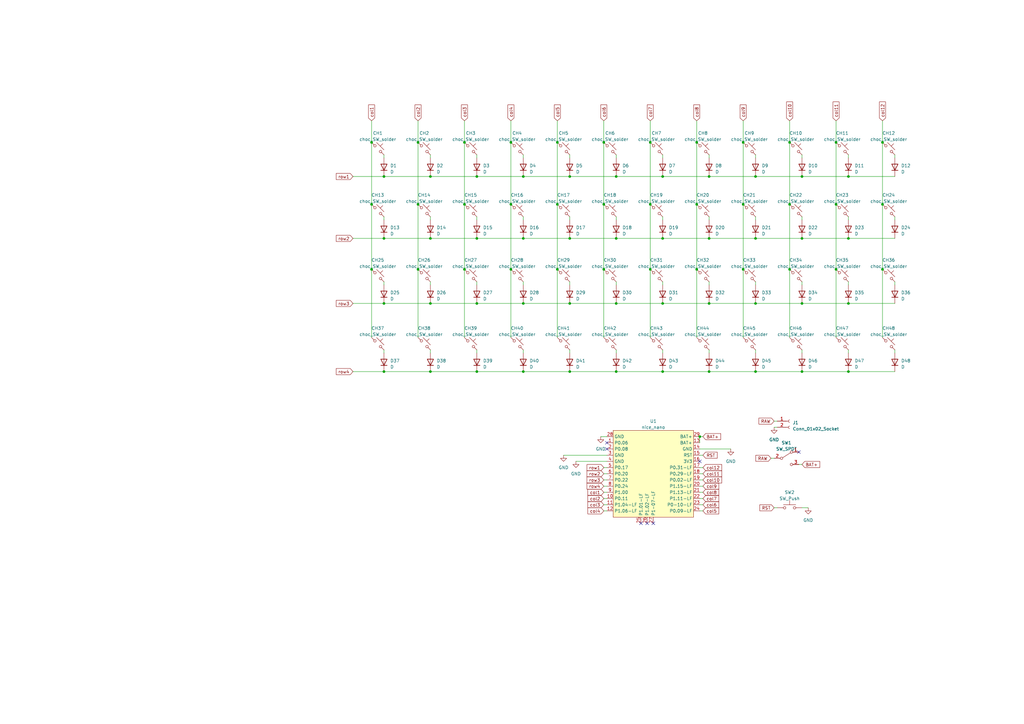
<source format=kicad_sch>
(kicad_sch (version 20230121) (generator eeschema)
  (paper "A3")
  (lib_symbols
    (symbol "Connector:Conn_01x02_Socket" (pin_names (offset 1.016) hide)
      (property "Reference" "J" (at 0 2.54 0))
      (property "Value" "Conn_01x02_Socket" (at 0 -5.08 0))
      (symbol "Conn_01x02_Socket_1_1"
        (arc (start 0 -2.032) (mid -0.5058 -2.54) (end 0 -3.048) (stroke (width 0.1524)))
        (polyline (pts (xy -1.27 -2.54) (xy -0.508 -2.54)) (stroke (width 0.1524)))
        (polyline (pts (xy -1.27 0) (xy -0.508 0)) (stroke (width 0.1524)))
        (arc (start 0 0.508) (mid -0.5058 0) (end 0 -0.508) (stroke (width 0.1524)))
        (pin passive line (at -5.08 0 0) (length 3.81) (name "Pin_1") (number "1"))
        (pin passive line (at -5.08 -2.54 0) (length 3.81) (name "Pin_2") (number "2"))
      )
    )
    (symbol "Device:D" (pin_numbers hide) (pin_names (offset 1.016) hide)
      (property "Reference" "D" (at 0 2.54 0))
      (property "Value" "D" (at 0 -2.54 0))
      (symbol "D_0_1"
        (polyline (pts (xy -1.27 1.27) (xy -1.27 -1.27)) (stroke (width 0.254)))
        (polyline (pts (xy 1.27 0) (xy -1.27 0)))
        (polyline (pts (xy 1.27 1.27) (xy 1.27 -1.27) (xy -1.27 0) (xy 1.27 1.27)) (stroke (width 0.254)))
      )
      (symbol "D_1_1"
        (pin passive line (at -3.81 0 0) (length 2.54) (name "K") (number "1"))
        (pin passive line (at 3.81 0 180) (length 2.54) (name "A") (number "2"))
      )
    )
    (symbol "PCM_marbastlib-choc:choc_SW_HS" (pin_numbers hide) (pin_names (offset 1.016) hide)
      (property "Reference" "CH" (at 3.048 1.016 0))
      (property "Value" "choc_SW_HS" (at 0 -3.81 0))
      (symbol "choc_SW_HS_0_1"
        (circle (center -1.1684 1.1684) (radius 0.508))
        (polyline (pts (xy -0.508 2.54) (xy 2.54 -0.508)))
        (polyline (pts (xy 1.016 1.016) (xy 2.032 2.032)))
        (polyline (pts (xy -2.54 2.54) (xy -1.524 1.524) (xy -1.524 1.524)))
        (polyline (pts (xy 1.524 -1.524) (xy 2.54 -2.54) (xy 2.54 -2.54) (xy 2.54 -2.54)))
        (circle (center 1.143 -1.1938) (radius 0.508))
        (pin passive line (at -2.54 2.54 0) (length 0) (name "1") (number "1"))
        (pin passive line (at 2.54 -2.54 180) (length 0) (name "2") (number "2"))
      )
    )
    (symbol "PCM_marbastlib-promicroish:nice_nano" (in_bom no)
      (property "Reference" "U" (at 0 22.86 0))
      (property "Value" "nice_nano" (at 0 20.32 0))
      (symbol "nice_nano_0_0"
        (pin bidirectional line (at -19.05 13.97 0) (length 2.54) (name "P0.06") (number "1"))
        (pin bidirectional line (at -19.05 -8.89 0) (length 2.54) (name "P0.11") (number "10"))
        (pin bidirectional line (at -19.05 -11.43 0) (length 2.54) (name "P1.04-LF") (number "11"))
        (pin bidirectional line (at -19.05 -13.97 0) (length 2.54) (name "P1.06-LF") (number "12"))
        (pin power_out line (at 19.05 11.43 180) (length 2.54) (name "GND") (number "14"))
        (pin bidirectional line (at 19.05 8.89 180) (length 2.54) (name "RST") (number "15"))
        (pin bidirectional line (at 19.05 3.81 180) (length 2.54) (name "P0.31-LF") (number "17"))
        (pin bidirectional line (at 19.05 1.27 180) (length 2.54) (name "P0.29-LF") (number "18"))
        (pin bidirectional line (at 19.05 -1.27 180) (length 2.54) (name "P0.02-LF") (number "19"))
        (pin bidirectional line (at -19.05 11.43 0) (length 2.54) (name "P0.08") (number "2"))
        (pin bidirectional line (at 19.05 -3.81 180) (length 2.54) (name "P1.15-LF") (number "20"))
        (pin bidirectional line (at 19.05 -6.35 180) (length 2.54) (name "P1.13-LF") (number "21"))
        (pin bidirectional line (at 19.05 -8.89 180) (length 2.54) (name "P1.11-LF") (number "22"))
        (pin bidirectional line (at 19.05 -11.43 180) (length 2.54) (name "P0-10-LF") (number "23"))
        (pin bidirectional line (at 19.05 -13.97 180) (length 2.54) (name "P0.09-LF") (number "24"))
        (pin power_out line (at -19.05 8.89 0) (length 2.54) (name "GND") (number "3"))
        (pin power_out line (at -19.05 6.35 0) (length 2.54) (name "GND") (number "4"))
        (pin bidirectional line (at -19.05 3.81 0) (length 2.54) (name "P0.17") (number "5"))
        (pin bidirectional line (at -19.05 1.27 0) (length 2.54) (name "P0.20") (number "6"))
        (pin bidirectional line (at -19.05 -1.27 0) (length 2.54) (name "P0.22") (number "7"))
        (pin bidirectional line (at -19.05 -3.81 0) (length 2.54) (name "P0.24") (number "8"))
        (pin bidirectional line (at -19.05 -6.35 0) (length 2.54) (name "P1.00") (number "9"))
      )
      (symbol "nice_nano_1_0"
        (pin power_out line (at 19.05 13.97 180) (length 2.54) (name "BAT+") (number "13"))
        (pin power_out line (at 19.05 6.35 180) (length 2.54) (name "3V3") (number "16"))
        (pin bidirectional line (at -5.08 -19.05 90) (length 2.54) (name "P1.01-LF") (number "25"))
        (pin bidirectional line (at -2.54 -19.05 90) (length 2.54) (name "P1.02-LF") (number "26"))
        (pin bidirectional line (at 0 -19.05 90) (length 2.54) (name "P1-07-LF") (number "27"))
        (pin power_out line (at -19.05 16.51 0) (length 2.54) (name "GND") (number "28"))
        (pin power_out line (at 19.05 16.51 180) (length 2.54) (name "BAT+") (number "29"))
      )
      (symbol "nice_nano_1_1"
        (rectangle (start -16.51 19.05) (end 16.51 -16.51) (fill (type background)))
      )
    )
    (symbol "Switch:SW_Push" (pin_numbers hide) (pin_names (offset 1.016) hide)
      (property "Reference" "SW" (at 1.27 2.54 0))
      (property "Value" "SW_Push" (at 0 -1.524 0))
      (symbol "SW_Push_0_1"
        (circle (center -2.032 0) (radius 0.508))
        (polyline (pts (xy 0 1.27) (xy 0 3.048)))
        (polyline (pts (xy 2.54 1.27) (xy -2.54 1.27)))
        (circle (center 2.032 0) (radius 0.508))
        (pin passive line (at -5.08 0 0) (length 2.54) (name "1") (number "1"))
        (pin passive line (at 5.08 0 180) (length 2.54) (name "2") (number "2"))
      )
    )
    (symbol "Switch:SW_SPDT" (pin_names (offset 0) hide)
      (property "Reference" "SW" (at 0 4.318 0))
      (property "Value" "SW_SPDT" (at 0 -5.08 0))
      (symbol "SW_SPDT_0_0"
        (circle (center -2.032 0) (radius 0.508))
        (circle (center 2.032 -2.54) (radius 0.508))
      )
      (symbol "SW_SPDT_0_1"
        (polyline (pts (xy -1.524 0.254) (xy 1.651 2.286)))
        (circle (center 2.032 2.54) (radius 0.508))
      )
      (symbol "SW_SPDT_1_1"
        (pin passive line (at 5.08 2.54 180) (length 2.54) (name "A") (number "1"))
        (pin passive line (at -5.08 0 0) (length 2.54) (name "B") (number "2"))
        (pin passive line (at 5.08 -2.54 180) (length 2.54) (name "C") (number "3"))
      )
    )
    (symbol "power:GND" (power) (pin_names (offset 0))
      (property "Value" "GND" (at 0 -3.81 0))
      (symbol "GND_0_1"
        (polyline (pts (xy 0 0) (xy 0 -1.27) (xy 1.27 -1.27) (xy 0 -2.54) (xy -1.27 -1.27) (xy 0 -1.27)))
      )
      (symbol "GND_1_1"
        (pin power_in line (at 0 0 270) (length 0) hide (name "GND") (number "1"))
      )
    )
  )
  (junction (at 361.95 110.49))
  (junction (at 328.93 97.79))
  (junction (at 157.48 72.39))
  (junction (at 233.68 124.46))
  (junction (at 171.45 83.82))
  (junction (at 209.55 58.42))
  (junction (at 347.98 152.4))
  (junction (at 233.68 97.79))
  (junction (at 309.88 97.79))
  (junction (at 309.88 124.46))
  (junction (at 252.73 152.4))
  (junction (at 271.78 152.4))
  (junction (at 195.58 124.46))
  (junction (at 347.98 72.39))
  (junction (at 304.8 110.49))
  (junction (at 157.48 152.4))
  (junction (at 342.9 110.49))
  (junction (at 266.7 58.42))
  (junction (at 285.75 110.49))
  (junction (at 195.58 72.39))
  (junction (at 304.8 58.42))
  (junction (at 176.53 97.79))
  (junction (at 285.75 58.42))
  (junction (at 214.63 152.4))
  (junction (at 309.88 152.4))
  (junction (at 190.5 83.82))
  (junction (at 209.55 83.82))
  (junction (at 190.5 58.42))
  (junction (at 214.63 97.79))
  (junction (at 247.65 110.49))
  (junction (at 285.75 83.82))
  (junction (at 152.4 110.49))
  (junction (at 361.95 83.82))
  (junction (at 328.93 152.4))
  (junction (at 347.98 97.79))
  (junction (at 171.45 110.49))
  (junction (at 271.78 72.39))
  (junction (at 195.58 97.79))
  (junction (at 233.68 152.4))
  (junction (at 271.78 124.46))
  (junction (at 195.58 152.4))
  (junction (at 290.83 152.4))
  (junction (at 176.53 152.4))
  (junction (at 214.63 72.39))
  (junction (at 323.85 58.42))
  (junction (at 157.48 97.79))
  (junction (at 266.7 83.82))
  (junction (at 266.7 110.49))
  (junction (at 233.68 72.39))
  (junction (at 171.45 58.42))
  (junction (at 209.55 110.49))
  (junction (at 347.98 124.46))
  (junction (at 228.6 58.42))
  (junction (at 152.4 58.42))
  (junction (at 228.6 110.49))
  (junction (at 290.83 97.79))
  (junction (at 176.53 72.39))
  (junction (at 328.93 72.39))
  (junction (at 304.8 83.82))
  (junction (at 323.85 83.82))
  (junction (at 271.78 97.79))
  (junction (at 342.9 58.42))
  (junction (at 342.9 83.82))
  (junction (at 323.85 110.49))
  (junction (at 247.65 58.42))
  (junction (at 214.63 124.46))
  (junction (at 176.53 124.46))
  (junction (at 157.48 124.46))
  (junction (at 247.65 83.82))
  (junction (at 309.88 72.39))
  (junction (at 290.83 124.46))
  (junction (at 252.73 124.46))
  (junction (at 190.5 110.49))
  (junction (at 228.6 83.82))
  (junction (at 328.93 124.46))
  (junction (at 152.4 83.82))
  (junction (at 287.02 179.07))
  (junction (at 252.73 97.79))
  (junction (at 252.73 72.39))
  (junction (at 290.83 72.39))
  (junction (at 361.95 58.42))
  (no_connect (at 262.89 214.63))
  (no_connect (at 248.92 184.15))
  (no_connect (at 267.97 214.63))
  (no_connect (at 248.92 181.61))
  (no_connect (at 265.43 214.63))
  (no_connect (at 327.66 185.42))
  (no_connect (at 287.02 189.23))
  (wire (pts (xy 195.58 63.5) (xy 195.58 64.77)))
  (wire (pts (xy 328.93 63.5) (xy 328.93 64.77)))
  (wire (pts (xy 271.78 72.39) (xy 290.83 72.39)))
  (wire (pts (xy 176.53 72.39) (xy 195.58 72.39)))
  (wire (pts (xy 233.68 124.46) (xy 252.73 124.46)))
  (wire (pts (xy 271.78 88.9) (xy 271.78 90.17)))
  (wire (pts (xy 252.73 115.57) (xy 252.73 116.84)))
  (wire (pts (xy 247.65 83.82) (xy 247.65 110.49)))
  (wire (pts (xy 285.75 58.42) (xy 285.75 83.82)))
  (wire (pts (xy 328.93 72.39) (xy 347.98 72.39)))
  (wire (pts (xy 271.78 152.4) (xy 290.83 152.4)))
  (wire (pts (xy 328.93 208.28) (xy 331.47 208.28)))
  (wire (pts (xy 190.5 110.49) (xy 190.5 138.43)))
  (wire (pts (xy 347.98 63.5) (xy 347.98 64.77)))
  (wire (pts (xy 285.75 110.49) (xy 285.75 138.43)))
  (wire (pts (xy 144.78 152.4) (xy 157.48 152.4)))
  (wire (pts (xy 328.93 124.46) (xy 347.98 124.46)))
  (wire (pts (xy 195.58 97.79) (xy 214.63 97.79)))
  (wire (pts (xy 266.7 58.42) (xy 266.7 83.82)))
  (wire (pts (xy 323.85 49.53) (xy 323.85 58.42)))
  (wire (pts (xy 328.93 143.51) (xy 328.93 144.78)))
  (wire (pts (xy 190.5 49.53) (xy 190.5 58.42)))
  (wire (pts (xy 228.6 83.82) (xy 228.6 110.49)))
  (wire (pts (xy 157.48 88.9) (xy 157.48 90.17)))
  (wire (pts (xy 361.95 83.82) (xy 361.95 110.49)))
  (wire (pts (xy 157.48 72.39) (xy 176.53 72.39)))
  (wire (pts (xy 171.45 83.82) (xy 171.45 110.49)))
  (wire (pts (xy 247.65 110.49) (xy 247.65 138.43)))
  (wire (pts (xy 144.78 72.39) (xy 157.48 72.39)))
  (wire (pts (xy 347.98 97.79) (xy 367.03 97.79)))
  (wire (pts (xy 287.02 201.93) (xy 288.29 201.93)))
  (wire (pts (xy 190.5 83.82) (xy 190.5 110.49)))
  (wire (pts (xy 195.58 124.46) (xy 214.63 124.46)))
  (wire (pts (xy 176.53 152.4) (xy 195.58 152.4)))
  (wire (pts (xy 233.68 115.57) (xy 233.68 116.84)))
  (wire (pts (xy 152.4 49.53) (xy 152.4 58.42)))
  (wire (pts (xy 316.23 187.96) (xy 317.5 187.96)))
  (wire (pts (xy 233.68 97.79) (xy 252.73 97.79)))
  (wire (pts (xy 361.95 58.42) (xy 361.95 83.82)))
  (wire (pts (xy 252.73 152.4) (xy 271.78 152.4)))
  (wire (pts (xy 252.73 88.9) (xy 252.73 90.17)))
  (wire (pts (xy 290.83 88.9) (xy 290.83 90.17)))
  (wire (pts (xy 309.88 143.51) (xy 309.88 144.78)))
  (wire (pts (xy 342.9 83.82) (xy 342.9 110.49)))
  (wire (pts (xy 247.65 209.55) (xy 248.92 209.55)))
  (wire (pts (xy 309.88 97.79) (xy 328.93 97.79)))
  (wire (pts (xy 271.78 63.5) (xy 271.78 64.77)))
  (wire (pts (xy 209.55 110.49) (xy 209.55 138.43)))
  (wire (pts (xy 290.83 143.51) (xy 290.83 144.78)))
  (wire (pts (xy 214.63 88.9) (xy 214.63 90.17)))
  (wire (pts (xy 233.68 88.9) (xy 233.68 90.17)))
  (wire (pts (xy 176.53 115.57) (xy 176.53 116.84)))
  (wire (pts (xy 195.58 115.57) (xy 195.58 116.84)))
  (wire (pts (xy 367.03 115.57) (xy 367.03 116.84)))
  (wire (pts (xy 266.7 49.53) (xy 266.7 58.42)))
  (wire (pts (xy 233.68 152.4) (xy 252.73 152.4)))
  (wire (pts (xy 231.14 186.69) (xy 248.92 186.69)))
  (wire (pts (xy 157.48 124.46) (xy 176.53 124.46)))
  (wire (pts (xy 287.02 184.15) (xy 299.72 184.15)))
  (wire (pts (xy 323.85 58.42) (xy 323.85 83.82)))
  (wire (pts (xy 157.48 63.5) (xy 157.48 64.77)))
  (wire (pts (xy 285.75 49.53) (xy 285.75 58.42)))
  (wire (pts (xy 214.63 143.51) (xy 214.63 144.78)))
  (wire (pts (xy 171.45 58.42) (xy 171.45 83.82)))
  (wire (pts (xy 304.8 110.49) (xy 304.8 138.43)))
  (wire (pts (xy 287.02 179.07) (xy 287.02 181.61)))
  (wire (pts (xy 247.65 199.39) (xy 248.92 199.39)))
  (wire (pts (xy 252.73 72.39) (xy 271.78 72.39)))
  (wire (pts (xy 287.02 194.31) (xy 288.29 194.31)))
  (wire (pts (xy 247.65 204.47) (xy 248.92 204.47)))
  (wire (pts (xy 342.9 58.42) (xy 342.9 83.82)))
  (wire (pts (xy 233.68 143.51) (xy 233.68 144.78)))
  (wire (pts (xy 271.78 97.79) (xy 290.83 97.79)))
  (wire (pts (xy 290.83 115.57) (xy 290.83 116.84)))
  (wire (pts (xy 214.63 115.57) (xy 214.63 116.84)))
  (wire (pts (xy 233.68 63.5) (xy 233.68 64.77)))
  (wire (pts (xy 190.5 58.42) (xy 190.5 83.82)))
  (wire (pts (xy 290.83 124.46) (xy 309.88 124.46)))
  (wire (pts (xy 287.02 186.69) (xy 288.29 186.69)))
  (wire (pts (xy 367.03 143.51) (xy 367.03 144.78)))
  (wire (pts (xy 342.9 49.53) (xy 342.9 58.42)))
  (wire (pts (xy 285.75 83.82) (xy 285.75 110.49)))
  (wire (pts (xy 328.93 88.9) (xy 328.93 90.17)))
  (wire (pts (xy 317.5 208.28) (xy 318.77 208.28)))
  (wire (pts (xy 214.63 63.5) (xy 214.63 64.77)))
  (wire (pts (xy 287.02 204.47) (xy 288.29 204.47)))
  (wire (pts (xy 252.73 63.5) (xy 252.73 64.77)))
  (wire (pts (xy 236.22 189.23) (xy 248.92 189.23)))
  (wire (pts (xy 347.98 72.39) (xy 367.03 72.39)))
  (wire (pts (xy 247.65 58.42) (xy 247.65 83.82)))
  (wire (pts (xy 290.83 152.4) (xy 309.88 152.4)))
  (wire (pts (xy 152.4 110.49) (xy 152.4 138.43)))
  (wire (pts (xy 290.83 72.39) (xy 309.88 72.39)))
  (wire (pts (xy 214.63 152.4) (xy 233.68 152.4)))
  (wire (pts (xy 144.78 97.79) (xy 157.48 97.79)))
  (wire (pts (xy 176.53 97.79) (xy 195.58 97.79)))
  (wire (pts (xy 195.58 72.39) (xy 214.63 72.39)))
  (wire (pts (xy 309.88 124.46) (xy 328.93 124.46)))
  (wire (pts (xy 176.53 143.51) (xy 176.53 144.78)))
  (wire (pts (xy 309.88 152.4) (xy 328.93 152.4)))
  (wire (pts (xy 361.95 49.53) (xy 361.95 58.42)))
  (wire (pts (xy 304.8 83.82) (xy 304.8 110.49)))
  (wire (pts (xy 248.92 179.07) (xy 246.38 179.07)))
  (wire (pts (xy 309.88 88.9) (xy 309.88 90.17)))
  (wire (pts (xy 271.78 124.46) (xy 290.83 124.46)))
  (wire (pts (xy 347.98 88.9) (xy 347.98 90.17)))
  (wire (pts (xy 247.65 194.31) (xy 248.92 194.31)))
  (wire (pts (xy 287.02 209.55) (xy 288.29 209.55)))
  (wire (pts (xy 176.53 88.9) (xy 176.53 90.17)))
  (wire (pts (xy 214.63 97.79) (xy 233.68 97.79)))
  (wire (pts (xy 287.02 196.85) (xy 288.29 196.85)))
  (wire (pts (xy 176.53 124.46) (xy 195.58 124.46)))
  (wire (pts (xy 195.58 88.9) (xy 195.58 90.17)))
  (wire (pts (xy 271.78 115.57) (xy 271.78 116.84)))
  (wire (pts (xy 266.7 110.49) (xy 266.7 138.43)))
  (wire (pts (xy 271.78 143.51) (xy 271.78 144.78)))
  (wire (pts (xy 247.65 201.93) (xy 248.92 201.93)))
  (wire (pts (xy 152.4 58.42) (xy 152.4 83.82)))
  (wire (pts (xy 233.68 72.39) (xy 252.73 72.39)))
  (wire (pts (xy 247.65 49.53) (xy 247.65 58.42)))
  (wire (pts (xy 252.73 97.79) (xy 271.78 97.79)))
  (wire (pts (xy 195.58 143.51) (xy 195.58 144.78)))
  (wire (pts (xy 195.58 152.4) (xy 214.63 152.4)))
  (wire (pts (xy 152.4 83.82) (xy 152.4 110.49)))
  (wire (pts (xy 342.9 110.49) (xy 342.9 138.43)))
  (wire (pts (xy 266.7 83.82) (xy 266.7 110.49)))
  (wire (pts (xy 157.48 97.79) (xy 176.53 97.79)))
  (wire (pts (xy 144.78 124.46) (xy 157.48 124.46)))
  (wire (pts (xy 176.53 63.5) (xy 176.53 64.77)))
  (wire (pts (xy 304.8 58.42) (xy 304.8 83.82)))
  (wire (pts (xy 347.98 143.51) (xy 347.98 144.78)))
  (wire (pts (xy 157.48 115.57) (xy 157.48 116.84)))
  (wire (pts (xy 287.02 207.01) (xy 288.29 207.01)))
  (wire (pts (xy 228.6 110.49) (xy 228.6 138.43)))
  (wire (pts (xy 171.45 110.49) (xy 171.45 138.43)))
  (wire (pts (xy 157.48 152.4) (xy 176.53 152.4)))
  (wire (pts (xy 228.6 49.53) (xy 228.6 58.42)))
  (wire (pts (xy 347.98 115.57) (xy 347.98 116.84)))
  (wire (pts (xy 171.45 49.53) (xy 171.45 58.42)))
  (wire (pts (xy 209.55 83.82) (xy 209.55 110.49)))
  (wire (pts (xy 247.65 196.85) (xy 248.92 196.85)))
  (wire (pts (xy 252.73 143.51) (xy 252.73 144.78)))
  (wire (pts (xy 287.02 179.07) (xy 288.29 179.07)))
  (wire (pts (xy 214.63 124.46) (xy 233.68 124.46)))
  (wire (pts (xy 209.55 49.53) (xy 209.55 58.42)))
  (wire (pts (xy 309.88 63.5) (xy 309.88 64.77)))
  (wire (pts (xy 157.48 143.51) (xy 157.48 144.78)))
  (wire (pts (xy 247.65 207.01) (xy 248.92 207.01)))
  (wire (pts (xy 309.88 72.39) (xy 328.93 72.39)))
  (wire (pts (xy 228.6 58.42) (xy 228.6 83.82)))
  (wire (pts (xy 309.88 115.57) (xy 309.88 116.84)))
  (wire (pts (xy 328.93 152.4) (xy 347.98 152.4)))
  (wire (pts (xy 328.93 115.57) (xy 328.93 116.84)))
  (wire (pts (xy 287.02 199.39) (xy 288.29 199.39)))
  (wire (pts (xy 317.5 175.26) (xy 318.77 175.26)))
  (wire (pts (xy 304.8 49.53) (xy 304.8 58.42)))
  (wire (pts (xy 214.63 72.39) (xy 233.68 72.39)))
  (wire (pts (xy 367.03 88.9) (xy 367.03 90.17)))
  (wire (pts (xy 209.55 58.42) (xy 209.55 83.82)))
  (wire (pts (xy 317.5 172.72) (xy 318.77 172.72)))
  (wire (pts (xy 327.66 190.5) (xy 328.93 190.5)))
  (wire (pts (xy 347.98 124.46) (xy 367.03 124.46)))
  (wire (pts (xy 367.03 63.5) (xy 367.03 64.77)))
  (wire (pts (xy 347.98 152.4) (xy 367.03 152.4)))
  (wire (pts (xy 290.83 97.79) (xy 309.88 97.79)))
  (wire (pts (xy 287.02 191.77) (xy 288.29 191.77)))
  (wire (pts (xy 252.73 124.46) (xy 271.78 124.46)))
  (wire (pts (xy 323.85 83.82) (xy 323.85 110.49)))
  (wire (pts (xy 361.95 110.49) (xy 361.95 138.43)))
  (wire (pts (xy 328.93 97.79) (xy 347.98 97.79)))
  (wire (pts (xy 247.65 191.77) (xy 248.92 191.77)))
  (wire (pts (xy 323.85 110.49) (xy 323.85 138.43)))
  (wire (pts (xy 290.83 63.5) (xy 290.83 64.77)))
  (global_label "row2" (shape input) (at 247.65 194.31 180) (property "Intersheetrefs" "${INTERSHEET_REFS}" (effects hide)))
  (global_label "col3" (shape input) (at 247.65 207.01 180) (property "Intersheetrefs" "${INTERSHEET_REFS}" (effects hide)))
  (global_label "BAT+" (shape input) (at 288.29 179.07 0) (property "Intersheetrefs" "${INTERSHEET_REFS}" (effects hide)))
  (global_label "col4" (shape input) (at 247.65 209.55 180) (property "Intersheetrefs" "${INTERSHEET_REFS}" (effects hide)))
  (global_label "row3" (shape input) (at 144.78 124.46 180) (property "Intersheetrefs" "${INTERSHEET_REFS}" (effects hide)))
  (global_label "col7" (shape input) (at 288.29 204.47 0) (property "Intersheetrefs" "${INTERSHEET_REFS}" (effects hide)))
  (global_label "col4" (shape input) (at 209.55 49.53 90) (property "Intersheetrefs" "${INTERSHEET_REFS}" (effects hide)))
  (global_label "col9" (shape input) (at 304.8 49.53 90) (property "Intersheetrefs" "${INTERSHEET_REFS}" (effects hide)))
  (global_label "row1" (shape input) (at 247.65 191.77 180) (property "Intersheetrefs" "${INTERSHEET_REFS}" (effects hide)))
  (global_label "row2" (shape input) (at 144.78 97.79 180) (property "Intersheetrefs" "${INTERSHEET_REFS}" (effects hide)))
  (global_label "row4" (shape input) (at 144.78 152.4 180) (property "Intersheetrefs" "${INTERSHEET_REFS}" (effects hide)))
  (global_label "RAW" (shape input) (at 316.23 187.96 180) (property "Intersheetrefs" "${INTERSHEET_REFS}" (effects hide)))
  (global_label "col6" (shape input) (at 247.65 49.53 90) (property "Intersheetrefs" "${INTERSHEET_REFS}" (effects hide)))
  (global_label "row1" (shape input) (at 144.78 72.39 180) (property "Intersheetrefs" "${INTERSHEET_REFS}" (effects hide)))
  (global_label "col1" (shape input) (at 247.65 201.93 180) (property "Intersheetrefs" "${INTERSHEET_REFS}" (effects hide)))
  (global_label "col2" (shape input) (at 171.45 49.53 90) (property "Intersheetrefs" "${INTERSHEET_REFS}" (effects hide)))
  (global_label "col3" (shape input) (at 190.5 49.53 90) (property "Intersheetrefs" "${INTERSHEET_REFS}" (effects hide)))
  (global_label "col8" (shape input) (at 285.75 49.53 90) (property "Intersheetrefs" "${INTERSHEET_REFS}" (effects hide)))
  (global_label "col11" (shape input) (at 342.9 49.53 90) (property "Intersheetrefs" "${INTERSHEET_REFS}" (effects hide)))
  (global_label "BAT+" (shape input) (at 328.93 190.5 0) (property "Intersheetrefs" "${INTERSHEET_REFS}" (effects hide)))
  (global_label "col10" (shape input) (at 323.85 49.53 90) (property "Intersheetrefs" "${INTERSHEET_REFS}" (effects hide)))
  (global_label "col11" (shape input) (at 288.29 194.31 0) (property "Intersheetrefs" "${INTERSHEET_REFS}" (effects hide)))
  (global_label "RAW" (shape input) (at 317.5 172.72 180) (property "Intersheetrefs" "${INTERSHEET_REFS}" (effects hide)))
  (global_label "col1" (shape input) (at 152.4 49.53 90) (property "Intersheetrefs" "${INTERSHEET_REFS}" (effects hide)))
  (global_label "row4" (shape input) (at 247.65 199.39 180) (property "Intersheetrefs" "${INTERSHEET_REFS}" (effects hide)))
  (global_label "col5" (shape input) (at 228.6 49.53 90) (property "Intersheetrefs" "${INTERSHEET_REFS}" (effects hide)))
  (global_label "col5" (shape input) (at 288.29 209.55 0) (property "Intersheetrefs" "${INTERSHEET_REFS}" (effects hide)))
  (global_label "col7" (shape input) (at 266.7 49.53 90) (property "Intersheetrefs" "${INTERSHEET_REFS}" (effects hide)))
  (global_label "row3" (shape input) (at 247.65 196.85 180) (property "Intersheetrefs" "${INTERSHEET_REFS}" (effects hide)))
  (global_label "RST" (shape input) (at 288.29 186.69 0) (property "Intersheetrefs" "${INTERSHEET_REFS}" (effects hide)))
  (global_label "col8" (shape input) (at 288.29 201.93 0) (property "Intersheetrefs" "${INTERSHEET_REFS}" (effects hide)))
  (global_label "col2" (shape input) (at 247.65 204.47 180) (property "Intersheetrefs" "${INTERSHEET_REFS}" (effects hide)))
  (global_label "col12" (shape input) (at 288.29 191.77 0) (property "Intersheetrefs" "${INTERSHEET_REFS}" (effects hide)))
  (global_label "RST" (shape input) (at 317.5 208.28 180) (property "Intersheetrefs" "${INTERSHEET_REFS}" (effects hide)))
  (global_label "col9" (shape input) (at 288.29 199.39 0) (property "Intersheetrefs" "${INTERSHEET_REFS}" (effects hide)))
  (global_label "col10" (shape input) (at 288.29 196.85 0) (property "Intersheetrefs" "${INTERSHEET_REFS}" (effects hide)))
  (global_label "col12" (shape input) (at 361.95 49.53 90) (property "Intersheetrefs" "${INTERSHEET_REFS}" (effects hide)))
  (global_label "col6" (shape input) (at 288.29 207.01 0) (property "Intersheetrefs" "${INTERSHEET_REFS}" (effects hide)))
  (symbol (lib_id "PCM_marbastlib-choc:choc_SW_HS") (at 326.39 60.96 0) (unit 1)
    (property "Reference" "CH10" (at 326.39 54.61 0))
    (property "Value" "choc_SW_solder" (at 326.39 57.15 0))
    (property "Footprint" "PCM_marbastlib-choc:SW_choc_v1_HS_1u" (effects hide))
  )
  (symbol (lib_id "Device:D") (at 157.48 68.58 90) (unit 1)
    (property "Reference" "D1" (at 160.02 67.945 90) (effects (justify right)))
    (property "Value" "D" (at 160.02 70.485 90) (effects (justify right)))
    (property "Footprint" "Diode_SMD:D_SOD-123" (effects hide))
    (property "Sim.Device" "D" (effects hide))
    (property "Sim.Pins" "1=K 2=A" (effects hide))
  )
  (symbol (lib_id "power:GND") (at 236.22 189.23 0) (unit 1)
    (property "Reference" "#PWR01" (effects hide))
    (property "Value" "GND" (at 236.22 194.31 0))
  )
  (symbol (lib_id "PCM_marbastlib-choc:choc_SW_HS") (at 154.94 60.96 0) (unit 1)
    (property "Reference" "CH1" (at 154.94 54.61 0))
    (property "Value" "choc_SW_solder" (at 154.94 57.15 0))
    (property "Footprint" "PCM_marbastlib-choc:SW_choc_v1_HS_1u" (effects hide))
  )
  (symbol (lib_id "PCM_marbastlib-choc:choc_SW_HS") (at 231.14 60.96 0) (unit 1)
    (property "Reference" "CH5" (at 231.14 54.61 0))
    (property "Value" "choc_SW_solder" (at 231.14 57.15 0))
    (property "Footprint" "PCM_marbastlib-choc:SW_choc_v1_HS_1u" (effects hide))
  )
  (symbol (lib_id "Device:D") (at 290.83 68.58 90) (unit 1)
    (property "Reference" "D8" (at 293.37 67.945 90) (effects (justify right)))
    (property "Value" "D" (at 293.37 70.485 90) (effects (justify right)))
    (property "Footprint" "Diode_SMD:D_SOD-123" (effects hide))
    (property "Sim.Device" "D" (effects hide))
    (property "Sim.Pins" "1=K 2=A" (effects hide))
  )
  (symbol (lib_id "Device:D") (at 252.73 68.58 90) (unit 1)
    (property "Reference" "D6" (at 255.27 67.945 90) (effects (justify right)))
    (property "Value" "D" (at 255.27 70.485 90) (effects (justify right)))
    (property "Footprint" "Diode_SMD:D_SOD-123" (effects hide))
    (property "Sim.Device" "D" (effects hide))
    (property "Sim.Pins" "1=K 2=A" (effects hide))
  )
  (symbol (lib_id "PCM_marbastlib-choc:choc_SW_HS") (at 173.99 86.36 0) (unit 1)
    (property "Reference" "CH14" (at 173.99 80.01 0))
    (property "Value" "choc_SW_solder" (at 173.99 82.55 0))
    (property "Footprint" "PCM_marbastlib-choc:SW_choc_v1_HS_1u" (effects hide))
  )
  (symbol (lib_id "power:GND") (at 246.38 179.07 0) (unit 1)
    (property "Reference" "#PWR05" (effects hide))
    (property "Value" "GND" (at 246.38 184.15 0))
  )
  (symbol (lib_id "Device:D") (at 347.98 148.59 90) (unit 1)
    (property "Reference" "D47" (at 350.52 147.955 90) (effects (justify right)))
    (property "Value" "D" (at 350.52 150.495 90) (effects (justify right)))
    (property "Footprint" "Diode_SMD:D_SOD-123" (effects hide))
    (property "Sim.Device" "D" (effects hide))
    (property "Sim.Pins" "1=K 2=A" (effects hide))
  )
  (symbol (lib_id "power:GND") (at 299.72 184.15 0) (unit 1)
    (property "Reference" "#PWR02" (effects hide))
    (property "Value" "GND" (at 299.72 189.23 0))
  )
  (symbol (lib_id "PCM_marbastlib-choc:choc_SW_HS") (at 345.44 113.03 0) (unit 1)
    (property "Reference" "CH35" (at 345.44 106.68 0))
    (property "Value" "choc_SW_solder" (at 345.44 109.22 0))
    (property "Footprint" "PCM_marbastlib-choc:SW_choc_v1_HS_1u" (effects hide))
  )
  (symbol (lib_id "PCM_marbastlib-choc:choc_SW_HS") (at 193.04 140.97 0) (unit 1)
    (property "Reference" "CH39" (at 193.04 134.62 0))
    (property "Value" "choc_SW_solder" (at 193.04 137.16 0))
    (property "Footprint" "PCM_marbastlib-choc:SW_choc_v1_HS_1u" (effects hide))
  )
  (symbol (lib_id "Device:D") (at 271.78 93.98 90) (unit 1)
    (property "Reference" "D19" (at 274.32 93.345 90) (effects (justify right)))
    (property "Value" "D" (at 274.32 95.885 90) (effects (justify right)))
    (property "Footprint" "Diode_SMD:D_SOD-123" (effects hide))
    (property "Sim.Device" "D" (effects hide))
    (property "Sim.Pins" "1=K 2=A" (effects hide))
  )
  (symbol (lib_id "PCM_marbastlib-choc:choc_SW_HS") (at 345.44 86.36 0) (unit 1)
    (property "Reference" "CH23" (at 345.44 80.01 0))
    (property "Value" "choc_SW_solder" (at 345.44 82.55 0))
    (property "Footprint" "PCM_marbastlib-choc:SW_choc_v1_HS_1u" (effects hide))
  )
  (symbol (lib_id "Connector:Conn_01x02_Socket") (at 323.85 172.72 0) (unit 1)
    (property "Reference" "J1" (at 325.12 173.355 0) (effects (justify left)))
    (property "Value" "Conn_01x02_Socket" (at 325.12 175.895 0) (effects (justify left)))
    (property "Footprint" "keyswitches.pretty-master:CONN2_B2B-PH-K-S_JST" (effects hide))
  )
  (symbol (lib_id "PCM_marbastlib-choc:choc_SW_HS") (at 193.04 86.36 0) (unit 1)
    (property "Reference" "CH15" (at 193.04 80.01 0))
    (property "Value" "choc_SW_solder" (at 193.04 82.55 0))
    (property "Footprint" "PCM_marbastlib-choc:SW_choc_v1_HS_1u" (effects hide))
  )
  (symbol (lib_id "Device:D") (at 347.98 68.58 90) (unit 1)
    (property "Reference" "D11" (at 350.52 67.945 90) (effects (justify right)))
    (property "Value" "D" (at 350.52 70.485 90) (effects (justify right)))
    (property "Footprint" "Diode_SMD:D_SOD-123" (effects hide))
    (property "Sim.Device" "D" (effects hide))
    (property "Sim.Pins" "1=K 2=A" (effects hide))
  )
  (symbol (lib_id "Device:D") (at 309.88 93.98 90) (unit 1)
    (property "Reference" "D21" (at 312.42 93.345 90) (effects (justify right)))
    (property "Value" "D" (at 312.42 95.885 90) (effects (justify right)))
    (property "Footprint" "Diode_SMD:D_SOD-123" (effects hide))
    (property "Sim.Device" "D" (effects hide))
    (property "Sim.Pins" "1=K 2=A" (effects hide))
  )
  (symbol (lib_id "PCM_marbastlib-choc:choc_SW_HS") (at 307.34 60.96 0) (unit 1)
    (property "Reference" "CH9" (at 307.34 54.61 0))
    (property "Value" "choc_SW_solder" (at 307.34 57.15 0))
    (property "Footprint" "PCM_marbastlib-choc:SW_choc_v1_HS_1u" (effects hide))
  )
  (symbol (lib_id "PCM_marbastlib-choc:choc_SW_HS") (at 250.19 113.03 0) (unit 1)
    (property "Reference" "CH30" (at 250.19 106.68 0))
    (property "Value" "choc_SW_solder" (at 250.19 109.22 0))
    (property "Footprint" "PCM_marbastlib-choc:SW_choc_v1_HS_1u" (effects hide))
  )
  (symbol (lib_id "PCM_marbastlib-choc:choc_SW_HS") (at 250.19 140.97 0) (unit 1)
    (property "Reference" "CH42" (at 250.19 134.62 0))
    (property "Value" "choc_SW_solder" (at 250.19 137.16 0))
    (property "Footprint" "PCM_marbastlib-choc:SW_choc_v1_HS_1u" (effects hide))
  )
  (symbol (lib_id "PCM_marbastlib-choc:choc_SW_HS") (at 326.39 113.03 0) (unit 1)
    (property "Reference" "CH34" (at 326.39 106.68 0))
    (property "Value" "choc_SW_solder" (at 326.39 109.22 0))
    (property "Footprint" "PCM_marbastlib-choc:SW_choc_v1_HS_1u" (effects hide))
  )
  (symbol (lib_id "PCM_marbastlib-choc:choc_SW_HS") (at 212.09 113.03 0) (unit 1)
    (property "Reference" "CH28" (at 212.09 106.68 0))
    (property "Value" "choc_SW_solder" (at 212.09 109.22 0))
    (property "Footprint" "PCM_marbastlib-choc:SW_choc_v1_HS_1u" (effects hide))
  )
  (symbol (lib_id "Device:D") (at 157.48 148.59 90) (unit 1)
    (property "Reference" "D37" (at 160.02 147.955 90) (effects (justify right)))
    (property "Value" "D" (at 160.02 150.495 90) (effects (justify right)))
    (property "Footprint" "Diode_SMD:D_SOD-123" (effects hide))
    (property "Sim.Device" "D" (effects hide))
    (property "Sim.Pins" "1=K 2=A" (effects hide))
  )
  (symbol (lib_id "PCM_marbastlib-choc:choc_SW_HS") (at 326.39 86.36 0) (unit 1)
    (property "Reference" "CH22" (at 326.39 80.01 0))
    (property "Value" "choc_SW_solder" (at 326.39 82.55 0))
    (property "Footprint" "PCM_marbastlib-choc:SW_choc_v1_HS_1u" (effects hide))
  )
  (symbol (lib_id "Switch:SW_Push") (at 323.85 208.28 0) (unit 1)
    (property "Reference" "SW2" (at 323.85 201.93 0))
    (property "Value" "SW_Push" (at 323.85 204.47 0))
    (property "Footprint" "Button_Switch_SMD:Panasonic_EVQPUJ_EVQPUA" (effects hide))
  )
  (symbol (lib_id "Device:D") (at 233.68 68.58 90) (unit 1)
    (property "Reference" "D5" (at 236.22 67.945 90) (effects (justify right)))
    (property "Value" "D" (at 236.22 70.485 90) (effects (justify right)))
    (property "Footprint" "Diode_SMD:D_SOD-123" (effects hide))
    (property "Sim.Device" "D" (effects hide))
    (property "Sim.Pins" "1=K 2=A" (effects hide))
  )
  (symbol (lib_id "Device:D") (at 157.48 120.65 90) (unit 1)
    (property "Reference" "D25" (at 160.02 120.015 90) (effects (justify right)))
    (property "Value" "D" (at 160.02 122.555 90) (effects (justify right)))
    (property "Footprint" "Diode_SMD:D_SOD-123" (effects hide))
    (property "Sim.Device" "D" (effects hide))
    (property "Sim.Pins" "1=K 2=A" (effects hide))
  )
  (symbol (lib_id "Device:D") (at 233.68 120.65 90) (unit 1)
    (property "Reference" "D29" (at 236.22 120.015 90) (effects (justify right)))
    (property "Value" "D" (at 236.22 122.555 90) (effects (justify right)))
    (property "Footprint" "Diode_SMD:D_SOD-123" (effects hide))
    (property "Sim.Device" "D" (effects hide))
    (property "Sim.Pins" "1=K 2=A" (effects hide))
  )
  (symbol (lib_id "PCM_marbastlib-choc:choc_SW_HS") (at 307.34 113.03 0) (unit 1)
    (property "Reference" "CH33" (at 307.34 106.68 0))
    (property "Value" "choc_SW_solder" (at 307.34 109.22 0))
    (property "Footprint" "PCM_marbastlib-choc:SW_choc_v1_HS_1u" (effects hide))
  )
  (symbol (lib_id "Device:D") (at 367.03 148.59 90) (unit 1)
    (property "Reference" "D48" (at 369.57 147.955 90) (effects (justify right)))
    (property "Value" "D" (at 369.57 150.495 90) (effects (justify right)))
    (property "Footprint" "Diode_SMD:D_SOD-123" (effects hide))
    (property "Sim.Device" "D" (effects hide))
    (property "Sim.Pins" "1=K 2=A" (effects hide))
  )
  (symbol (lib_id "Device:D") (at 328.93 68.58 90) (unit 1)
    (property "Reference" "D10" (at 331.47 67.945 90) (effects (justify right)))
    (property "Value" "D" (at 331.47 70.485 90) (effects (justify right)))
    (property "Footprint" "Diode_SMD:D_SOD-123" (effects hide))
    (property "Sim.Device" "D" (effects hide))
    (property "Sim.Pins" "1=K 2=A" (effects hide))
  )
  (symbol (lib_id "power:GND") (at 331.47 208.28 0) (unit 1)
    (property "Reference" "#PWR03" (effects hide))
    (property "Value" "GND" (at 331.47 213.36 0))
  )
  (symbol (lib_id "Device:D") (at 271.78 68.58 90) (unit 1)
    (property "Reference" "D7" (at 274.32 67.945 90) (effects (justify right)))
    (property "Value" "D" (at 274.32 70.485 90) (effects (justify right)))
    (property "Footprint" "Diode_SMD:D_SOD-123" (effects hide))
    (property "Sim.Device" "D" (effects hide))
    (property "Sim.Pins" "1=K 2=A" (effects hide))
  )
  (symbol (lib_id "Device:D") (at 195.58 68.58 90) (unit 1)
    (property "Reference" "D3" (at 198.12 67.945 90) (effects (justify right)))
    (property "Value" "D" (at 198.12 70.485 90) (effects (justify right)))
    (property "Footprint" "Diode_SMD:D_SOD-123" (effects hide))
    (property "Sim.Device" "D" (effects hide))
    (property "Sim.Pins" "1=K 2=A" (effects hide))
  )
  (symbol (lib_id "PCM_marbastlib-choc:choc_SW_HS") (at 193.04 113.03 0) (unit 1)
    (property "Reference" "CH27" (at 193.04 106.68 0))
    (property "Value" "choc_SW_solder" (at 193.04 109.22 0))
    (property "Footprint" "PCM_marbastlib-choc:SW_choc_v1_HS_1u" (effects hide))
  )
  (symbol (lib_id "Device:D") (at 214.63 120.65 90) (unit 1)
    (property "Reference" "D28" (at 217.17 120.015 90) (effects (justify right)))
    (property "Value" "D" (at 217.17 122.555 90) (effects (justify right)))
    (property "Footprint" "Diode_SMD:D_SOD-123" (effects hide))
    (property "Sim.Device" "D" (effects hide))
    (property "Sim.Pins" "1=K 2=A" (effects hide))
  )
  (symbol (lib_id "Device:D") (at 271.78 148.59 90) (unit 1)
    (property "Reference" "D43" (at 274.32 147.955 90) (effects (justify right)))
    (property "Value" "D" (at 274.32 150.495 90) (effects (justify right)))
    (property "Footprint" "Diode_SMD:D_SOD-123" (effects hide))
    (property "Sim.Device" "D" (effects hide))
    (property "Sim.Pins" "1=K 2=A" (effects hide))
  )
  (symbol (lib_id "PCM_marbastlib-choc:choc_SW_HS") (at 154.94 86.36 0) (unit 1)
    (property "Reference" "CH13" (at 154.94 80.01 0))
    (property "Value" "choc_SW_solder" (at 154.94 82.55 0))
    (property "Footprint" "PCM_marbastlib-choc:SW_choc_v1_HS_1u" (effects hide))
  )
  (symbol (lib_id "Switch:SW_SPDT") (at 322.58 187.96 0) (unit 1)
    (property "Reference" "SW1" (at 322.58 181.61 0))
    (property "Value" "SW_SPDT" (at 322.58 184.15 0))
    (property "Footprint" "keyswitches.pretty-master:SW_EG1215AA" (effects hide))
  )
  (symbol (lib_id "PCM_marbastlib-choc:choc_SW_HS") (at 288.29 86.36 0) (unit 1)
    (property "Reference" "CH20" (at 288.29 80.01 0))
    (property "Value" "choc_SW_solder" (at 288.29 82.55 0))
    (property "Footprint" "PCM_marbastlib-choc:SW_choc_v1_HS_1u" (effects hide))
  )
  (symbol (lib_id "Device:D") (at 309.88 148.59 90) (unit 1)
    (property "Reference" "D45" (at 312.42 147.955 90) (effects (justify right)))
    (property "Value" "D" (at 312.42 150.495 90) (effects (justify right)))
    (property "Footprint" "Diode_SMD:D_SOD-123" (effects hide))
    (property "Sim.Device" "D" (effects hide))
    (property "Sim.Pins" "1=K 2=A" (effects hide))
  )
  (symbol (lib_id "PCM_marbastlib-choc:choc_SW_HS") (at 288.29 60.96 0) (unit 1)
    (property "Reference" "CH8" (at 288.29 54.61 0))
    (property "Value" "choc_SW_solder" (at 288.29 57.15 0))
    (property "Footprint" "PCM_marbastlib-choc:SW_choc_v1_HS_1u" (effects hide))
  )
  (symbol (lib_id "Device:D") (at 328.93 148.59 90) (unit 1)
    (property "Reference" "D46" (at 331.47 147.955 90) (effects (justify right)))
    (property "Value" "D" (at 331.47 150.495 90) (effects (justify right)))
    (property "Footprint" "Diode_SMD:D_SOD-123" (effects hide))
    (property "Sim.Device" "D" (effects hide))
    (property "Sim.Pins" "1=K 2=A" (effects hide))
  )
  (symbol (lib_id "PCM_marbastlib-choc:choc_SW_HS") (at 231.14 113.03 0) (unit 1)
    (property "Reference" "CH29" (at 231.14 106.68 0))
    (property "Value" "choc_SW_solder" (at 231.14 109.22 0))
    (property "Footprint" "PCM_marbastlib-choc:SW_choc_v1_HS_1u" (effects hide))
  )
  (symbol (lib_id "PCM_marbastlib-choc:choc_SW_HS") (at 364.49 60.96 0) (unit 1)
    (property "Reference" "CH12" (at 364.49 54.61 0))
    (property "Value" "choc_SW_solder" (at 364.49 57.15 0))
    (property "Footprint" "PCM_marbastlib-choc:SW_choc_v1_HS_1u" (effects hide))
  )
  (symbol (lib_id "PCM_marbastlib-choc:choc_SW_HS") (at 231.14 86.36 0) (unit 1)
    (property "Reference" "CH17" (at 231.14 80.01 0))
    (property "Value" "choc_SW_solder" (at 231.14 82.55 0))
    (property "Footprint" "PCM_marbastlib-choc:SW_choc_v1_HS_1u" (effects hide))
  )
  (symbol (lib_id "PCM_marbastlib-choc:choc_SW_HS") (at 307.34 140.97 0) (unit 1)
    (property "Reference" "CH45" (at 307.34 134.62 0))
    (property "Value" "choc_SW_solder" (at 307.34 137.16 0))
    (property "Footprint" "PCM_marbastlib-choc:SW_choc_v1_HS_1u" (effects hide))
  )
  (symbol (lib_id "Device:D") (at 309.88 120.65 90) (unit 1)
    (property "Reference" "D33" (at 312.42 120.015 90) (effects (justify right)))
    (property "Value" "D" (at 312.42 122.555 90) (effects (justify right)))
    (property "Footprint" "Diode_SMD:D_SOD-123" (effects hide))
    (property "Sim.Device" "D" (effects hide))
    (property "Sim.Pins" "1=K 2=A" (effects hide))
  )
  (symbol (lib_id "Device:D") (at 252.73 120.65 90) (unit 1)
    (property "Reference" "D30" (at 255.27 120.015 90) (effects (justify right)))
    (property "Value" "D" (at 255.27 122.555 90) (effects (justify right)))
    (property "Footprint" "Diode_SMD:D_SOD-123" (effects hide))
    (property "Sim.Device" "D" (effects hide))
    (property "Sim.Pins" "1=K 2=A" (effects hide))
  )
  (symbol (lib_id "PCM_marbastlib-choc:choc_SW_HS") (at 193.04 60.96 0) (unit 1)
    (property "Reference" "CH3" (at 193.04 54.61 0))
    (property "Value" "choc_SW_solder" (at 193.04 57.15 0))
    (property "Footprint" "PCM_marbastlib-choc:SW_choc_v1_HS_1u" (effects hide))
  )
  (symbol (lib_id "PCM_marbastlib-choc:choc_SW_HS") (at 173.99 140.97 0) (unit 1)
    (property "Reference" "CH38" (at 173.99 134.62 0))
    (property "Value" "choc_SW_solder" (at 173.99 137.16 0))
    (property "Footprint" "PCM_marbastlib-choc:SW_choc_v1_HS_1u" (effects hide))
  )
  (symbol (lib_id "PCM_marbastlib-choc:choc_SW_HS") (at 212.09 60.96 0) (unit 1)
    (property "Reference" "CH4" (at 212.09 54.61 0))
    (property "Value" "choc_SW_solder" (at 212.09 57.15 0))
    (property "Footprint" "PCM_marbastlib-choc:SW_choc_v1_HS_1u" (effects hide))
  )
  (symbol (lib_id "PCM_marbastlib-promicroish:nice_nano") (at 267.97 195.58 0) (unit 1) (in_bom no)
    (property "Reference" "U1" (at 267.97 172.72 0))
    (property "Value" "nice_nano" (at 267.97 175.26 0))
    (property "Footprint" "ECE_362:nice_nano_AH_USBup" (effects hide))
    (property "Datasheet" "https://nicekeyboards.com/docs/nice-nano/pinout-schematic" (effects hide))
  )
  (symbol (lib_id "PCM_marbastlib-choc:choc_SW_HS") (at 364.49 86.36 0) (unit 1)
    (property "Reference" "CH24" (at 364.49 80.01 0))
    (property "Value" "choc_SW_solder" (at 364.49 82.55 0))
    (property "Footprint" "PCM_marbastlib-choc:SW_choc_v1_HS_1u" (effects hide))
  )
  (symbol (lib_id "PCM_marbastlib-choc:choc_SW_HS") (at 345.44 140.97 0) (unit 1)
    (property "Reference" "CH47" (at 345.44 134.62 0))
    (property "Value" "choc_SW_solder" (at 345.44 137.16 0))
    (property "Footprint" "PCM_marbastlib-choc:SW_choc_v1_HS_1u" (effects hide))
  )
  (symbol (lib_id "Device:D") (at 195.58 148.59 90) (unit 1)
    (property "Reference" "D39" (at 198.12 147.955 90) (effects (justify right)))
    (property "Value" "D" (at 198.12 150.495 90) (effects (justify right)))
    (property "Footprint" "Diode_SMD:D_SOD-123" (effects hide))
    (property "Sim.Device" "D" (effects hide))
    (property "Sim.Pins" "1=K 2=A" (effects hide))
  )
  (symbol (lib_id "Device:D") (at 214.63 68.58 90) (unit 1)
    (property "Reference" "D4" (at 217.17 67.945 90) (effects (justify right)))
    (property "Value" "D" (at 217.17 70.485 90) (effects (justify right)))
    (property "Footprint" "Diode_SMD:D_SOD-123" (effects hide))
    (property "Sim.Device" "D" (effects hide))
    (property "Sim.Pins" "1=K 2=A" (effects hide))
  )
  (symbol (lib_id "Device:D") (at 290.83 120.65 90) (unit 1)
    (property "Reference" "D32" (at 293.37 120.015 90) (effects (justify right)))
    (property "Value" "D" (at 293.37 122.555 90) (effects (justify right)))
    (property "Footprint" "Diode_SMD:D_SOD-123" (effects hide))
    (property "Sim.Device" "D" (effects hide))
    (property "Sim.Pins" "1=K 2=A" (effects hide))
  )
  (symbol (lib_id "Device:D") (at 290.83 93.98 90) (unit 1)
    (property "Reference" "D20" (at 293.37 93.345 90) (effects (justify right)))
    (property "Value" "D" (at 293.37 95.885 90) (effects (justify right)))
    (property "Footprint" "Diode_SMD:D_SOD-123" (effects hide))
    (property "Sim.Device" "D" (effects hide))
    (property "Sim.Pins" "1=K 2=A" (effects hide))
  )
  (symbol (lib_id "PCM_marbastlib-choc:choc_SW_HS") (at 269.24 113.03 0) (unit 1)
    (property "Reference" "CH31" (at 269.24 106.68 0))
    (property "Value" "choc_SW_solder" (at 269.24 109.22 0))
    (property "Footprint" "PCM_marbastlib-choc:SW_choc_v1_HS_1u" (effects hide))
  )
  (symbol (lib_id "PCM_marbastlib-choc:choc_SW_HS") (at 269.24 60.96 0) (unit 1)
    (property "Reference" "CH7" (at 269.24 54.61 0))
    (property "Value" "choc_SW_solder" (at 269.24 57.15 0))
    (property "Footprint" "PCM_marbastlib-choc:SW_choc_v1_HS_1u" (effects hide))
  )
  (symbol (lib_id "PCM_marbastlib-choc:choc_SW_HS") (at 269.24 86.36 0) (unit 1)
    (property "Reference" "CH19" (at 269.24 80.01 0))
    (property "Value" "choc_SW_solder" (at 269.24 82.55 0))
    (property "Footprint" "PCM_marbastlib-choc:SW_choc_v1_HS_1u" (effects hide))
  )
  (symbol (lib_id "PCM_marbastlib-choc:choc_SW_HS") (at 307.34 86.36 0) (unit 1)
    (property "Reference" "CH21" (at 307.34 80.01 0))
    (property "Value" "choc_SW_solder" (at 307.34 82.55 0))
    (property "Footprint" "PCM_marbastlib-choc:SW_choc_v1_HS_1u" (effects hide))
  )
  (symbol (lib_id "Device:D") (at 195.58 93.98 90) (unit 1)
    (property "Reference" "D15" (at 198.12 93.345 90) (effects (justify right)))
    (property "Value" "D" (at 198.12 95.885 90) (effects (justify right)))
    (property "Footprint" "Diode_SMD:D_SOD-123" (effects hide))
    (property "Sim.Device" "D" (effects hide))
    (property "Sim.Pins" "1=K 2=A" (effects hide))
  )
  (symbol (lib_id "power:GND") (at 231.14 186.69 0) (unit 1)
    (property "Reference" "#PWR06" (effects hide))
    (property "Value" "GND" (at 231.14 191.77 0))
  )
  (symbol (lib_id "Device:D") (at 195.58 120.65 90) (unit 1)
    (property "Reference" "D27" (at 198.12 120.015 90) (effects (justify right)))
    (property "Value" "D" (at 198.12 122.555 90) (effects (justify right)))
    (property "Footprint" "Diode_SMD:D_SOD-123" (effects hide))
    (property "Sim.Device" "D" (effects hide))
    (property "Sim.Pins" "1=K 2=A" (effects hide))
  )
  (symbol (lib_id "PCM_marbastlib-choc:choc_SW_HS") (at 212.09 140.97 0) (unit 1)
    (property "Reference" "CH40" (at 212.09 134.62 0))
    (property "Value" "choc_SW_solder" (at 212.09 137.16 0))
    (property "Footprint" "PCM_marbastlib-choc:SW_choc_v1_HS_1u" (effects hide))
  )
  (symbol (lib_id "Device:D") (at 176.53 68.58 90) (unit 1)
    (property "Reference" "D2" (at 179.07 67.945 90) (effects (justify right)))
    (property "Value" "D" (at 179.07 70.485 90) (effects (justify right)))
    (property "Footprint" "Diode_SMD:D_SOD-123" (effects hide))
    (property "Sim.Device" "D" (effects hide))
    (property "Sim.Pins" "1=K 2=A" (effects hide))
  )
  (symbol (lib_id "PCM_marbastlib-choc:choc_SW_HS") (at 364.49 140.97 0) (unit 1)
    (property "Reference" "CH48" (at 364.49 134.62 0))
    (property "Value" "choc_SW_solder" (at 364.49 137.16 0))
    (property "Footprint" "PCM_marbastlib-choc:SW_choc_v1_HS_1u" (effects hide))
  )
  (symbol (lib_id "Device:D") (at 347.98 93.98 90) (unit 1)
    (property "Reference" "D23" (at 350.52 93.345 90) (effects (justify right)))
    (property "Value" "D" (at 350.52 95.885 90) (effects (justify right)))
    (property "Footprint" "Diode_SMD:D_SOD-123" (effects hide))
    (property "Sim.Device" "D" (effects hide))
    (property "Sim.Pins" "1=K 2=A" (effects hide))
  )
  (symbol (lib_id "Device:D") (at 233.68 93.98 90) (unit 1)
    (property "Reference" "D17" (at 236.22 93.345 90) (effects (justify right)))
    (property "Value" "D" (at 236.22 95.885 90) (effects (justify right)))
    (property "Footprint" "Diode_SMD:D_SOD-123" (effects hide))
    (property "Sim.Device" "D" (effects hide))
    (property "Sim.Pins" "1=K 2=A" (effects hide))
  )
  (symbol (lib_id "Device:D") (at 328.93 93.98 90) (unit 1)
    (property "Reference" "D22" (at 331.47 93.345 90) (effects (justify right)))
    (property "Value" "D" (at 331.47 95.885 90) (effects (justify right)))
    (property "Footprint" "Diode_SMD:D_SOD-123" (effects hide))
    (property "Sim.Device" "D" (effects hide))
    (property "Sim.Pins" "1=K 2=A" (effects hide))
  )
  (symbol (lib_id "PCM_marbastlib-choc:choc_SW_HS") (at 288.29 140.97 0) (unit 1)
    (property "Reference" "CH44" (at 288.29 134.62 0))
    (property "Value" "choc_SW_solder" (at 288.29 137.16 0))
    (property "Footprint" "PCM_marbastlib-choc:SW_choc_v1_HS_1u" (effects hide))
  )
  (symbol (lib_id "Device:D") (at 367.03 68.58 90) (unit 1)
    (property "Reference" "D12" (at 369.57 67.945 90) (effects (justify right)))
    (property "Value" "D" (at 369.57 70.485 90) (effects (justify right)))
    (property "Footprint" "Diode_SMD:D_SOD-123" (effects hide))
    (property "Sim.Device" "D" (effects hide))
    (property "Sim.Pins" "1=K 2=A" (effects hide))
  )
  (symbol (lib_id "PCM_marbastlib-choc:choc_SW_HS") (at 326.39 140.97 0) (unit 1)
    (property "Reference" "CH46" (at 326.39 134.62 0))
    (property "Value" "choc_SW_solder" (at 326.39 137.16 0))
    (property "Footprint" "PCM_marbastlib-choc:SW_choc_v1_HS_1u" (effects hide))
  )
  (symbol (lib_id "PCM_marbastlib-choc:choc_SW_HS") (at 345.44 60.96 0) (unit 1)
    (property "Reference" "CH11" (at 345.44 54.61 0))
    (property "Value" "choc_SW_solder" (at 345.44 57.15 0))
    (property "Footprint" "PCM_marbastlib-choc:SW_choc_v1_HS_1u" (effects hide))
  )
  (symbol (lib_id "Device:D") (at 271.78 120.65 90) (unit 1)
    (property "Reference" "D31" (at 274.32 120.015 90) (effects (justify right)))
    (property "Value" "D" (at 274.32 122.555 90) (effects (justify right)))
    (property "Footprint" "Diode_SMD:D_SOD-123" (effects hide))
    (property "Sim.Device" "D" (effects hide))
    (property "Sim.Pins" "1=K 2=A" (effects hide))
  )
  (symbol (lib_id "Device:D") (at 214.63 148.59 90) (unit 1)
    (property "Reference" "D40" (at 217.17 147.955 90) (effects (justify right)))
    (property "Value" "D" (at 217.17 150.495 90) (effects (justify right)))
    (property "Footprint" "Diode_SMD:D_SOD-123" (effects hide))
    (property "Sim.Device" "D" (effects hide))
    (property "Sim.Pins" "1=K 2=A" (effects hide))
  )
  (symbol (lib_id "Device:D") (at 347.98 120.65 90) (unit 1)
    (property "Reference" "D35" (at 350.52 120.015 90) (effects (justify right)))
    (property "Value" "D" (at 350.52 122.555 90) (effects (justify right)))
    (property "Footprint" "Diode_SMD:D_SOD-123" (effects hide))
    (property "Sim.Device" "D" (effects hide))
    (property "Sim.Pins" "1=K 2=A" (effects hide))
  )
  (symbol (lib_id "Device:D") (at 176.53 148.59 90) (unit 1)
    (property "Reference" "D38" (at 179.07 147.955 90) (effects (justify right)))
    (property "Value" "D" (at 179.07 150.495 90) (effects (justify right)))
    (property "Footprint" "Diode_SMD:D_SOD-123" (effects hide))
    (property "Sim.Device" "D" (effects hide))
    (property "Sim.Pins" "1=K 2=A" (effects hide))
  )
  (symbol (lib_id "Device:D") (at 290.83 148.59 90) (unit 1)
    (property "Reference" "D44" (at 293.37 147.955 90) (effects (justify right)))
    (property "Value" "D" (at 293.37 150.495 90) (effects (justify right)))
    (property "Footprint" "Diode_SMD:D_SOD-123" (effects hide))
    (property "Sim.Device" "D" (effects hide))
    (property "Sim.Pins" "1=K 2=A" (effects hide))
  )
  (symbol (lib_id "Device:D") (at 367.03 93.98 90) (unit 1)
    (property "Reference" "D24" (at 369.57 93.345 90) (effects (justify right)))
    (property "Value" "D" (at 369.57 95.885 90) (effects (justify right)))
    (property "Footprint" "Diode_SMD:D_SOD-123" (effects hide))
    (property "Sim.Device" "D" (effects hide))
    (property "Sim.Pins" "1=K 2=A" (effects hide))
  )
  (symbol (lib_id "PCM_marbastlib-choc:choc_SW_HS") (at 269.24 140.97 0) (unit 1)
    (property "Reference" "CH43" (at 269.24 134.62 0))
    (property "Value" "choc_SW_solder" (at 269.24 137.16 0))
    (property "Footprint" "PCM_marbastlib-choc:SW_choc_v1_HS_1u" (effects hide))
  )
  (symbol (lib_id "Device:D") (at 328.93 120.65 90) (unit 1)
    (property "Reference" "D34" (at 331.47 120.015 90) (effects (justify right)))
    (property "Value" "D" (at 331.47 122.555 90) (effects (justify right)))
    (property "Footprint" "Diode_SMD:D_SOD-123" (effects hide))
    (property "Sim.Device" "D" (effects hide))
    (property "Sim.Pins" "1=K 2=A" (effects hide))
  )
  (symbol (lib_id "PCM_marbastlib-choc:choc_SW_HS") (at 154.94 140.97 0) (unit 1)
    (property "Reference" "CH37" (at 154.94 134.62 0))
    (property "Value" "choc_SW_solder" (at 154.94 137.16 0))
    (property "Footprint" "PCM_marbastlib-choc:SW_choc_v1_HS_1u" (effects hide))
  )
  (symbol (lib_id "PCM_marbastlib-choc:choc_SW_HS") (at 288.29 113.03 0) (unit 1)
    (property "Reference" "CH32" (at 288.29 106.68 0))
    (property "Value" "choc_SW_solder" (at 288.29 109.22 0))
    (property "Footprint" "PCM_marbastlib-choc:SW_choc_v1_HS_1u" (effects hide))
  )
  (symbol (lib_id "Device:D") (at 252.73 93.98 90) (unit 1)
    (property "Reference" "D18" (at 255.27 93.345 90) (effects (justify right)))
    (property "Value" "D" (at 255.27 95.885 90) (effects (justify right)))
    (property "Footprint" "Diode_SMD:D_SOD-123" (effects hide))
    (property "Sim.Device" "D" (effects hide))
    (property "Sim.Pins" "1=K 2=A" (effects hide))
  )
  (symbol (lib_id "PCM_marbastlib-choc:choc_SW_HS") (at 250.19 60.96 0) (unit 1)
    (property "Reference" "CH6" (at 250.19 54.61 0))
    (property "Value" "choc_SW_solder" (at 250.19 57.15 0))
    (property "Footprint" "PCM_marbastlib-choc:SW_choc_v1_HS_1u" (effects hide))
  )
  (symbol (lib_id "Device:D") (at 233.68 148.59 90) (unit 1)
    (property "Reference" "D41" (at 236.22 147.955 90) (effects (justify right)))
    (property "Value" "D" (at 236.22 150.495 90) (effects (justify right)))
    (property "Footprint" "Diode_SMD:D_SOD-123" (effects hide))
    (property "Sim.Device" "D" (effects hide))
    (property "Sim.Pins" "1=K 2=A" (effects hide))
  )
  (symbol (lib_id "PCM_marbastlib-choc:choc_SW_HS") (at 154.94 113.03 0) (unit 1)
    (property "Reference" "CH25" (at 154.94 106.68 0))
    (property "Value" "choc_SW_solder" (at 154.94 109.22 0))
    (property "Footprint" "PCM_marbastlib-choc:SW_choc_v1_HS_1u" (effects hide))
  )
  (symbol (lib_id "PCM_marbastlib-choc:choc_SW_HS") (at 231.14 140.97 0) (unit 1)
    (property "Reference" "CH41" (at 231.14 134.62 0))
    (property "Value" "choc_SW_solder" (at 231.14 137.16 0))
    (property "Footprint" "PCM_marbastlib-choc:SW_choc_v1_HS_1u" (effects hide))
  )
  (symbol (lib_id "PCM_marbastlib-choc:choc_SW_HS") (at 173.99 113.03 0) (unit 1)
    (property "Reference" "CH26" (at 173.99 106.68 0))
    (property "Value" "choc_SW_solder" (at 173.99 109.22 0))
    (property "Footprint" "PCM_marbastlib-choc:SW_choc_v1_HS_1u" (effects hide))
  )
  (symbol (lib_id "PCM_marbastlib-choc:choc_SW_HS") (at 364.49 113.03 0) (unit 1)
    (property "Reference" "CH36" (at 364.49 106.68 0))
    (property "Value" "choc_SW_solder" (at 364.49 109.22 0))
    (property "Footprint" "PCM_marbastlib-choc:SW_choc_v1_HS_1u" (effects hide))
  )
  (symbol (lib_id "Device:D") (at 214.63 93.98 90) (unit 1)
    (property "Reference" "D16" (at 217.17 93.345 90) (effects (justify right)))
    (property "Value" "D" (at 217.17 95.885 90) (effects (justify right)))
    (property "Footprint" "Diode_SMD:D_SOD-123" (effects hide))
    (property "Sim.Device" "D" (effects hide))
    (property "Sim.Pins" "1=K 2=A" (effects hide))
  )
  (symbol (lib_id "Device:D") (at 252.73 148.59 90) (unit 1)
    (property "Reference" "D42" (at 255.27 147.955 90) (effects (justify right)))
    (property "Value" "D" (at 255.27 150.495 90) (effects (justify right)))
    (property "Footprint" "Diode_SMD:D_SOD-123" (effects hide))
    (property "Sim.Device" "D" (effects hide))
    (property "Sim.Pins" "1=K 2=A" (effects hide))
  )
  (symbol (lib_id "PCM_marbastlib-choc:choc_SW_HS") (at 250.19 86.36 0) (unit 1)
    (property "Reference" "CH18" (at 250.19 80.01 0))
    (property "Value" "choc_SW_solder" (at 250.19 82.55 0))
    (property "Footprint" "PCM_marbastlib-choc:SW_choc_v1_HS_1u" (effects hide))
  )
  (symbol (lib_id "power:GND") (at 317.5 175.26 0) (unit 1)
    (property "Reference" "#PWR04" (effects hide))
    (property "Value" "GND" (at 317.5 180.34 0))
  )
  (symbol (lib_id "Device:D") (at 176.53 93.98 90) (unit 1)
    (property "Reference" "D14" (at 179.07 93.345 90) (effects (justify right)))
    (property "Value" "D" (at 179.07 95.885 90) (effects (justify right)))
    (property "Footprint" "Diode_SMD:D_SOD-123" (effects hide))
    (property "Sim.Device" "D" (effects hide))
    (property "Sim.Pins" "1=K 2=A" (effects hide))
  )
  (symbol (lib_id "Device:D") (at 367.03 120.65 90) (unit 1)
    (property "Reference" "D36" (at 369.57 120.015 90) (effects (justify right)))
    (property "Value" "D" (at 369.57 122.555 90) (effects (justify right)))
    (property "Footprint" "Diode_SMD:D_SOD-123" (effects hide))
    (property "Sim.Device" "D" (effects hide))
    (property "Sim.Pins" "1=K 2=A" (effects hide))
  )
  (symbol (lib_id "Device:D") (at 176.53 120.65 90) (unit 1)
    (property "Reference" "D26" (at 179.07 120.015 90) (effects (justify right)))
    (property "Value" "D" (at 179.07 122.555 90) (effects (justify right)))
    (property "Footprint" "Diode_SMD:D_SOD-123" (effects hide))
    (property "Sim.Device" "D" (effects hide))
    (property "Sim.Pins" "1=K 2=A" (effects hide))
  )
  (symbol (lib_id "Device:D") (at 309.88 68.58 90) (unit 1)
    (property "Reference" "D9" (at 312.42 67.945 90) (effects (justify right)))
    (property "Value" "D" (at 312.42 70.485 90) (effects (justify right)))
    (property "Footprint" "Diode_SMD:D_SOD-123" (effects hide))
    (property "Sim.Device" "D" (effects hide))
    (property "Sim.Pins" "1=K 2=A" (effects hide))
  )
  (symbol (lib_id "PCM_marbastlib-choc:choc_SW_HS") (at 212.09 86.36 0) (unit 1)
    (property "Reference" "CH16" (at 212.09 80.01 0))
    (property "Value" "choc_SW_solder" (at 212.09 82.55 0))
    (property "Footprint" "PCM_marbastlib-choc:SW_choc_v1_HS_1u" (effects hide))
  )
  (symbol (lib_id "Device:D") (at 157.48 93.98 90) (unit 1)
    (property "Reference" "D13" (at 160.02 93.345 90) (effects (justify right)))
    (property "Value" "D" (at 160.02 95.885 90) (effects (justify right)))
    (property "Footprint" "Diode_SMD:D_SOD-123" (effects hide))
    (property "Sim.Device" "D" (effects hide))
    (property "Sim.Pins" "1=K 2=A" (effects hide))
  )
  (symbol (lib_id "PCM_marbastlib-choc:choc_SW_HS") (at 173.99 60.96 0) (unit 1)
    (property "Reference" "CH2" (at 173.99 54.61 0))
    (property "Value" "choc_SW_solder" (at 173.99 57.15 0))
    (property "Footprint" "PCM_marbastlib-choc:SW_choc_v1_HS_1u" (effects hide))
  )
)
</source>
